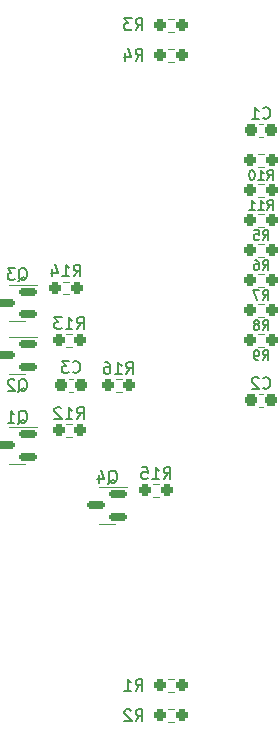
<source format=gbo>
G04 #@! TF.GenerationSoftware,KiCad,Pcbnew,7.0.9-7.0.9~ubuntu20.04.1*
G04 #@! TF.CreationDate,2023-12-20T19:17:45+01:00*
G04 #@! TF.ProjectId,kicad-pmod_7seg,6b696361-642d-4706-9d6f-645f37736567,1.0*
G04 #@! TF.SameCoordinates,Original*
G04 #@! TF.FileFunction,Legend,Bot*
G04 #@! TF.FilePolarity,Positive*
%FSLAX46Y46*%
G04 Gerber Fmt 4.6, Leading zero omitted, Abs format (unit mm)*
G04 Created by KiCad (PCBNEW 7.0.9-7.0.9~ubuntu20.04.1) date 2023-12-20 19:17:45*
%MOMM*%
%LPD*%
G01*
G04 APERTURE LIST*
G04 Aperture macros list*
%AMRoundRect*
0 Rectangle with rounded corners*
0 $1 Rounding radius*
0 $2 $3 $4 $5 $6 $7 $8 $9 X,Y pos of 4 corners*
0 Add a 4 corners polygon primitive as box body*
4,1,4,$2,$3,$4,$5,$6,$7,$8,$9,$2,$3,0*
0 Add four circle primitives for the rounded corners*
1,1,$1+$1,$2,$3*
1,1,$1+$1,$4,$5*
1,1,$1+$1,$6,$7*
1,1,$1+$1,$8,$9*
0 Add four rect primitives between the rounded corners*
20,1,$1+$1,$2,$3,$4,$5,0*
20,1,$1+$1,$4,$5,$6,$7,0*
20,1,$1+$1,$6,$7,$8,$9,0*
20,1,$1+$1,$8,$9,$2,$3,0*%
G04 Aperture macros list end*
%ADD10C,0.150000*%
%ADD11C,0.120000*%
%ADD12C,2.200000*%
%ADD13R,1.700000X1.700000*%
%ADD14O,1.700000X1.700000*%
%ADD15R,2.400000X1.600000*%
%ADD16O,2.400000X1.600000*%
%ADD17R,1.500000X1.500000*%
%ADD18C,1.500000*%
%ADD19C,2.000000*%
%ADD20RoundRect,0.237500X-0.250000X-0.237500X0.250000X-0.237500X0.250000X0.237500X-0.250000X0.237500X0*%
%ADD21RoundRect,0.150000X0.587500X0.150000X-0.587500X0.150000X-0.587500X-0.150000X0.587500X-0.150000X0*%
%ADD22RoundRect,0.237500X0.250000X0.237500X-0.250000X0.237500X-0.250000X-0.237500X0.250000X-0.237500X0*%
%ADD23RoundRect,0.237500X0.300000X0.237500X-0.300000X0.237500X-0.300000X-0.237500X0.300000X-0.237500X0*%
%ADD24RoundRect,0.237500X-0.300000X-0.237500X0.300000X-0.237500X0.300000X0.237500X-0.300000X0.237500X0*%
G04 APERTURE END LIST*
D10*
X144278332Y-73387295D02*
X144544999Y-73006342D01*
X144735475Y-73387295D02*
X144735475Y-72587295D01*
X144735475Y-72587295D02*
X144430713Y-72587295D01*
X144430713Y-72587295D02*
X144354523Y-72625390D01*
X144354523Y-72625390D02*
X144316428Y-72663485D01*
X144316428Y-72663485D02*
X144278332Y-72739676D01*
X144278332Y-72739676D02*
X144278332Y-72853961D01*
X144278332Y-72853961D02*
X144316428Y-72930152D01*
X144316428Y-72930152D02*
X144354523Y-72968247D01*
X144354523Y-72968247D02*
X144430713Y-73006342D01*
X144430713Y-73006342D02*
X144735475Y-73006342D01*
X143554523Y-72587295D02*
X143935475Y-72587295D01*
X143935475Y-72587295D02*
X143973571Y-72968247D01*
X143973571Y-72968247D02*
X143935475Y-72930152D01*
X143935475Y-72930152D02*
X143859285Y-72892057D01*
X143859285Y-72892057D02*
X143668809Y-72892057D01*
X143668809Y-72892057D02*
X143592618Y-72930152D01*
X143592618Y-72930152D02*
X143554523Y-72968247D01*
X143554523Y-72968247D02*
X143516428Y-73044438D01*
X143516428Y-73044438D02*
X143516428Y-73234914D01*
X143516428Y-73234914D02*
X143554523Y-73311104D01*
X143554523Y-73311104D02*
X143592618Y-73349200D01*
X143592618Y-73349200D02*
X143668809Y-73387295D01*
X143668809Y-73387295D02*
X143859285Y-73387295D01*
X143859285Y-73387295D02*
X143935475Y-73349200D01*
X143935475Y-73349200D02*
X143973571Y-73311104D01*
X133516666Y-55639819D02*
X133849999Y-55163628D01*
X134088094Y-55639819D02*
X134088094Y-54639819D01*
X134088094Y-54639819D02*
X133707142Y-54639819D01*
X133707142Y-54639819D02*
X133611904Y-54687438D01*
X133611904Y-54687438D02*
X133564285Y-54735057D01*
X133564285Y-54735057D02*
X133516666Y-54830295D01*
X133516666Y-54830295D02*
X133516666Y-54973152D01*
X133516666Y-54973152D02*
X133564285Y-55068390D01*
X133564285Y-55068390D02*
X133611904Y-55116009D01*
X133611904Y-55116009D02*
X133707142Y-55163628D01*
X133707142Y-55163628D02*
X134088094Y-55163628D01*
X133183332Y-54639819D02*
X132564285Y-54639819D01*
X132564285Y-54639819D02*
X132897618Y-55020771D01*
X132897618Y-55020771D02*
X132754761Y-55020771D01*
X132754761Y-55020771D02*
X132659523Y-55068390D01*
X132659523Y-55068390D02*
X132611904Y-55116009D01*
X132611904Y-55116009D02*
X132564285Y-55211247D01*
X132564285Y-55211247D02*
X132564285Y-55449342D01*
X132564285Y-55449342D02*
X132611904Y-55544580D01*
X132611904Y-55544580D02*
X132659523Y-55592200D01*
X132659523Y-55592200D02*
X132754761Y-55639819D01*
X132754761Y-55639819D02*
X133040475Y-55639819D01*
X133040475Y-55639819D02*
X133135713Y-55592200D01*
X133135713Y-55592200D02*
X133183332Y-55544580D01*
X133516666Y-114149819D02*
X133849999Y-113673628D01*
X134088094Y-114149819D02*
X134088094Y-113149819D01*
X134088094Y-113149819D02*
X133707142Y-113149819D01*
X133707142Y-113149819D02*
X133611904Y-113197438D01*
X133611904Y-113197438D02*
X133564285Y-113245057D01*
X133564285Y-113245057D02*
X133516666Y-113340295D01*
X133516666Y-113340295D02*
X133516666Y-113483152D01*
X133516666Y-113483152D02*
X133564285Y-113578390D01*
X133564285Y-113578390D02*
X133611904Y-113626009D01*
X133611904Y-113626009D02*
X133707142Y-113673628D01*
X133707142Y-113673628D02*
X134088094Y-113673628D01*
X133135713Y-113245057D02*
X133088094Y-113197438D01*
X133088094Y-113197438D02*
X132992856Y-113149819D01*
X132992856Y-113149819D02*
X132754761Y-113149819D01*
X132754761Y-113149819D02*
X132659523Y-113197438D01*
X132659523Y-113197438D02*
X132611904Y-113245057D01*
X132611904Y-113245057D02*
X132564285Y-113340295D01*
X132564285Y-113340295D02*
X132564285Y-113435533D01*
X132564285Y-113435533D02*
X132611904Y-113578390D01*
X132611904Y-113578390D02*
X133183332Y-114149819D01*
X133183332Y-114149819D02*
X132564285Y-114149819D01*
X144278332Y-78467295D02*
X144544999Y-78086342D01*
X144735475Y-78467295D02*
X144735475Y-77667295D01*
X144735475Y-77667295D02*
X144430713Y-77667295D01*
X144430713Y-77667295D02*
X144354523Y-77705390D01*
X144354523Y-77705390D02*
X144316428Y-77743485D01*
X144316428Y-77743485D02*
X144278332Y-77819676D01*
X144278332Y-77819676D02*
X144278332Y-77933961D01*
X144278332Y-77933961D02*
X144316428Y-78010152D01*
X144316428Y-78010152D02*
X144354523Y-78048247D01*
X144354523Y-78048247D02*
X144430713Y-78086342D01*
X144430713Y-78086342D02*
X144735475Y-78086342D01*
X144011666Y-77667295D02*
X143478332Y-77667295D01*
X143478332Y-77667295D02*
X143821190Y-78467295D01*
X131207738Y-94035057D02*
X131302976Y-93987438D01*
X131302976Y-93987438D02*
X131398214Y-93892200D01*
X131398214Y-93892200D02*
X131541071Y-93749342D01*
X131541071Y-93749342D02*
X131636309Y-93701723D01*
X131636309Y-93701723D02*
X131731547Y-93701723D01*
X131683928Y-93939819D02*
X131779166Y-93892200D01*
X131779166Y-93892200D02*
X131874404Y-93796961D01*
X131874404Y-93796961D02*
X131922023Y-93606485D01*
X131922023Y-93606485D02*
X131922023Y-93273152D01*
X131922023Y-93273152D02*
X131874404Y-93082676D01*
X131874404Y-93082676D02*
X131779166Y-92987438D01*
X131779166Y-92987438D02*
X131683928Y-92939819D01*
X131683928Y-92939819D02*
X131493452Y-92939819D01*
X131493452Y-92939819D02*
X131398214Y-92987438D01*
X131398214Y-92987438D02*
X131302976Y-93082676D01*
X131302976Y-93082676D02*
X131255357Y-93273152D01*
X131255357Y-93273152D02*
X131255357Y-93606485D01*
X131255357Y-93606485D02*
X131302976Y-93796961D01*
X131302976Y-93796961D02*
X131398214Y-93892200D01*
X131398214Y-93892200D02*
X131493452Y-93939819D01*
X131493452Y-93939819D02*
X131683928Y-93939819D01*
X130398214Y-93273152D02*
X130398214Y-93939819D01*
X130636309Y-92892200D02*
X130874404Y-93606485D01*
X130874404Y-93606485D02*
X130255357Y-93606485D01*
X128555357Y-80939819D02*
X128888690Y-80463628D01*
X129126785Y-80939819D02*
X129126785Y-79939819D01*
X129126785Y-79939819D02*
X128745833Y-79939819D01*
X128745833Y-79939819D02*
X128650595Y-79987438D01*
X128650595Y-79987438D02*
X128602976Y-80035057D01*
X128602976Y-80035057D02*
X128555357Y-80130295D01*
X128555357Y-80130295D02*
X128555357Y-80273152D01*
X128555357Y-80273152D02*
X128602976Y-80368390D01*
X128602976Y-80368390D02*
X128650595Y-80416009D01*
X128650595Y-80416009D02*
X128745833Y-80463628D01*
X128745833Y-80463628D02*
X129126785Y-80463628D01*
X127602976Y-80939819D02*
X128174404Y-80939819D01*
X127888690Y-80939819D02*
X127888690Y-79939819D01*
X127888690Y-79939819D02*
X127983928Y-80082676D01*
X127983928Y-80082676D02*
X128079166Y-80177914D01*
X128079166Y-80177914D02*
X128174404Y-80225533D01*
X127269642Y-79939819D02*
X126650595Y-79939819D01*
X126650595Y-79939819D02*
X126983928Y-80320771D01*
X126983928Y-80320771D02*
X126841071Y-80320771D01*
X126841071Y-80320771D02*
X126745833Y-80368390D01*
X126745833Y-80368390D02*
X126698214Y-80416009D01*
X126698214Y-80416009D02*
X126650595Y-80511247D01*
X126650595Y-80511247D02*
X126650595Y-80749342D01*
X126650595Y-80749342D02*
X126698214Y-80844580D01*
X126698214Y-80844580D02*
X126745833Y-80892200D01*
X126745833Y-80892200D02*
X126841071Y-80939819D01*
X126841071Y-80939819D02*
X127126785Y-80939819D01*
X127126785Y-80939819D02*
X127222023Y-80892200D01*
X127222023Y-80892200D02*
X127269642Y-80844580D01*
X144659285Y-68307295D02*
X144925952Y-67926342D01*
X145116428Y-68307295D02*
X145116428Y-67507295D01*
X145116428Y-67507295D02*
X144811666Y-67507295D01*
X144811666Y-67507295D02*
X144735476Y-67545390D01*
X144735476Y-67545390D02*
X144697381Y-67583485D01*
X144697381Y-67583485D02*
X144659285Y-67659676D01*
X144659285Y-67659676D02*
X144659285Y-67773961D01*
X144659285Y-67773961D02*
X144697381Y-67850152D01*
X144697381Y-67850152D02*
X144735476Y-67888247D01*
X144735476Y-67888247D02*
X144811666Y-67926342D01*
X144811666Y-67926342D02*
X145116428Y-67926342D01*
X143897381Y-68307295D02*
X144354524Y-68307295D01*
X144125952Y-68307295D02*
X144125952Y-67507295D01*
X144125952Y-67507295D02*
X144202143Y-67621580D01*
X144202143Y-67621580D02*
X144278333Y-67697771D01*
X144278333Y-67697771D02*
X144354524Y-67735866D01*
X143402142Y-67507295D02*
X143325952Y-67507295D01*
X143325952Y-67507295D02*
X143249761Y-67545390D01*
X143249761Y-67545390D02*
X143211666Y-67583485D01*
X143211666Y-67583485D02*
X143173571Y-67659676D01*
X143173571Y-67659676D02*
X143135476Y-67812057D01*
X143135476Y-67812057D02*
X143135476Y-68002533D01*
X143135476Y-68002533D02*
X143173571Y-68154914D01*
X143173571Y-68154914D02*
X143211666Y-68231104D01*
X143211666Y-68231104D02*
X143249761Y-68269200D01*
X143249761Y-68269200D02*
X143325952Y-68307295D01*
X143325952Y-68307295D02*
X143402142Y-68307295D01*
X143402142Y-68307295D02*
X143478333Y-68269200D01*
X143478333Y-68269200D02*
X143516428Y-68231104D01*
X143516428Y-68231104D02*
X143554523Y-68154914D01*
X143554523Y-68154914D02*
X143592619Y-68002533D01*
X143592619Y-68002533D02*
X143592619Y-67812057D01*
X143592619Y-67812057D02*
X143554523Y-67659676D01*
X143554523Y-67659676D02*
X143516428Y-67583485D01*
X143516428Y-67583485D02*
X143478333Y-67545390D01*
X143478333Y-67545390D02*
X143402142Y-67507295D01*
X128555357Y-88559819D02*
X128888690Y-88083628D01*
X129126785Y-88559819D02*
X129126785Y-87559819D01*
X129126785Y-87559819D02*
X128745833Y-87559819D01*
X128745833Y-87559819D02*
X128650595Y-87607438D01*
X128650595Y-87607438D02*
X128602976Y-87655057D01*
X128602976Y-87655057D02*
X128555357Y-87750295D01*
X128555357Y-87750295D02*
X128555357Y-87893152D01*
X128555357Y-87893152D02*
X128602976Y-87988390D01*
X128602976Y-87988390D02*
X128650595Y-88036009D01*
X128650595Y-88036009D02*
X128745833Y-88083628D01*
X128745833Y-88083628D02*
X129126785Y-88083628D01*
X127602976Y-88559819D02*
X128174404Y-88559819D01*
X127888690Y-88559819D02*
X127888690Y-87559819D01*
X127888690Y-87559819D02*
X127983928Y-87702676D01*
X127983928Y-87702676D02*
X128079166Y-87797914D01*
X128079166Y-87797914D02*
X128174404Y-87845533D01*
X127222023Y-87655057D02*
X127174404Y-87607438D01*
X127174404Y-87607438D02*
X127079166Y-87559819D01*
X127079166Y-87559819D02*
X126841071Y-87559819D01*
X126841071Y-87559819D02*
X126745833Y-87607438D01*
X126745833Y-87607438D02*
X126698214Y-87655057D01*
X126698214Y-87655057D02*
X126650595Y-87750295D01*
X126650595Y-87750295D02*
X126650595Y-87845533D01*
X126650595Y-87845533D02*
X126698214Y-87988390D01*
X126698214Y-87988390D02*
X127269642Y-88559819D01*
X127269642Y-88559819D02*
X126650595Y-88559819D01*
X123587738Y-86275057D02*
X123682976Y-86227438D01*
X123682976Y-86227438D02*
X123778214Y-86132200D01*
X123778214Y-86132200D02*
X123921071Y-85989342D01*
X123921071Y-85989342D02*
X124016309Y-85941723D01*
X124016309Y-85941723D02*
X124111547Y-85941723D01*
X124063928Y-86179819D02*
X124159166Y-86132200D01*
X124159166Y-86132200D02*
X124254404Y-86036961D01*
X124254404Y-86036961D02*
X124302023Y-85846485D01*
X124302023Y-85846485D02*
X124302023Y-85513152D01*
X124302023Y-85513152D02*
X124254404Y-85322676D01*
X124254404Y-85322676D02*
X124159166Y-85227438D01*
X124159166Y-85227438D02*
X124063928Y-85179819D01*
X124063928Y-85179819D02*
X123873452Y-85179819D01*
X123873452Y-85179819D02*
X123778214Y-85227438D01*
X123778214Y-85227438D02*
X123682976Y-85322676D01*
X123682976Y-85322676D02*
X123635357Y-85513152D01*
X123635357Y-85513152D02*
X123635357Y-85846485D01*
X123635357Y-85846485D02*
X123682976Y-86036961D01*
X123682976Y-86036961D02*
X123778214Y-86132200D01*
X123778214Y-86132200D02*
X123873452Y-86179819D01*
X123873452Y-86179819D02*
X124063928Y-86179819D01*
X123254404Y-85275057D02*
X123206785Y-85227438D01*
X123206785Y-85227438D02*
X123111547Y-85179819D01*
X123111547Y-85179819D02*
X122873452Y-85179819D01*
X122873452Y-85179819D02*
X122778214Y-85227438D01*
X122778214Y-85227438D02*
X122730595Y-85275057D01*
X122730595Y-85275057D02*
X122682976Y-85370295D01*
X122682976Y-85370295D02*
X122682976Y-85465533D01*
X122682976Y-85465533D02*
X122730595Y-85608390D01*
X122730595Y-85608390D02*
X123302023Y-86179819D01*
X123302023Y-86179819D02*
X122682976Y-86179819D01*
X144311666Y-63064580D02*
X144359285Y-63112200D01*
X144359285Y-63112200D02*
X144502142Y-63159819D01*
X144502142Y-63159819D02*
X144597380Y-63159819D01*
X144597380Y-63159819D02*
X144740237Y-63112200D01*
X144740237Y-63112200D02*
X144835475Y-63016961D01*
X144835475Y-63016961D02*
X144883094Y-62921723D01*
X144883094Y-62921723D02*
X144930713Y-62731247D01*
X144930713Y-62731247D02*
X144930713Y-62588390D01*
X144930713Y-62588390D02*
X144883094Y-62397914D01*
X144883094Y-62397914D02*
X144835475Y-62302676D01*
X144835475Y-62302676D02*
X144740237Y-62207438D01*
X144740237Y-62207438D02*
X144597380Y-62159819D01*
X144597380Y-62159819D02*
X144502142Y-62159819D01*
X144502142Y-62159819D02*
X144359285Y-62207438D01*
X144359285Y-62207438D02*
X144311666Y-62255057D01*
X143359285Y-63159819D02*
X143930713Y-63159819D01*
X143644999Y-63159819D02*
X143644999Y-62159819D01*
X143644999Y-62159819D02*
X143740237Y-62302676D01*
X143740237Y-62302676D02*
X143835475Y-62397914D01*
X143835475Y-62397914D02*
X143930713Y-62445533D01*
X135897857Y-93639819D02*
X136231190Y-93163628D01*
X136469285Y-93639819D02*
X136469285Y-92639819D01*
X136469285Y-92639819D02*
X136088333Y-92639819D01*
X136088333Y-92639819D02*
X135993095Y-92687438D01*
X135993095Y-92687438D02*
X135945476Y-92735057D01*
X135945476Y-92735057D02*
X135897857Y-92830295D01*
X135897857Y-92830295D02*
X135897857Y-92973152D01*
X135897857Y-92973152D02*
X135945476Y-93068390D01*
X135945476Y-93068390D02*
X135993095Y-93116009D01*
X135993095Y-93116009D02*
X136088333Y-93163628D01*
X136088333Y-93163628D02*
X136469285Y-93163628D01*
X134945476Y-93639819D02*
X135516904Y-93639819D01*
X135231190Y-93639819D02*
X135231190Y-92639819D01*
X135231190Y-92639819D02*
X135326428Y-92782676D01*
X135326428Y-92782676D02*
X135421666Y-92877914D01*
X135421666Y-92877914D02*
X135516904Y-92925533D01*
X134040714Y-92639819D02*
X134516904Y-92639819D01*
X134516904Y-92639819D02*
X134564523Y-93116009D01*
X134564523Y-93116009D02*
X134516904Y-93068390D01*
X134516904Y-93068390D02*
X134421666Y-93020771D01*
X134421666Y-93020771D02*
X134183571Y-93020771D01*
X134183571Y-93020771D02*
X134088333Y-93068390D01*
X134088333Y-93068390D02*
X134040714Y-93116009D01*
X134040714Y-93116009D02*
X133993095Y-93211247D01*
X133993095Y-93211247D02*
X133993095Y-93449342D01*
X133993095Y-93449342D02*
X134040714Y-93544580D01*
X134040714Y-93544580D02*
X134088333Y-93592200D01*
X134088333Y-93592200D02*
X134183571Y-93639819D01*
X134183571Y-93639819D02*
X134421666Y-93639819D01*
X134421666Y-93639819D02*
X134516904Y-93592200D01*
X134516904Y-93592200D02*
X134564523Y-93544580D01*
X133516666Y-111579819D02*
X133849999Y-111103628D01*
X134088094Y-111579819D02*
X134088094Y-110579819D01*
X134088094Y-110579819D02*
X133707142Y-110579819D01*
X133707142Y-110579819D02*
X133611904Y-110627438D01*
X133611904Y-110627438D02*
X133564285Y-110675057D01*
X133564285Y-110675057D02*
X133516666Y-110770295D01*
X133516666Y-110770295D02*
X133516666Y-110913152D01*
X133516666Y-110913152D02*
X133564285Y-111008390D01*
X133564285Y-111008390D02*
X133611904Y-111056009D01*
X133611904Y-111056009D02*
X133707142Y-111103628D01*
X133707142Y-111103628D02*
X134088094Y-111103628D01*
X132564285Y-111579819D02*
X133135713Y-111579819D01*
X132849999Y-111579819D02*
X132849999Y-110579819D01*
X132849999Y-110579819D02*
X132945237Y-110722676D01*
X132945237Y-110722676D02*
X133040475Y-110817914D01*
X133040475Y-110817914D02*
X133135713Y-110865533D01*
X128209166Y-84560580D02*
X128256785Y-84608200D01*
X128256785Y-84608200D02*
X128399642Y-84655819D01*
X128399642Y-84655819D02*
X128494880Y-84655819D01*
X128494880Y-84655819D02*
X128637737Y-84608200D01*
X128637737Y-84608200D02*
X128732975Y-84512961D01*
X128732975Y-84512961D02*
X128780594Y-84417723D01*
X128780594Y-84417723D02*
X128828213Y-84227247D01*
X128828213Y-84227247D02*
X128828213Y-84084390D01*
X128828213Y-84084390D02*
X128780594Y-83893914D01*
X128780594Y-83893914D02*
X128732975Y-83798676D01*
X128732975Y-83798676D02*
X128637737Y-83703438D01*
X128637737Y-83703438D02*
X128494880Y-83655819D01*
X128494880Y-83655819D02*
X128399642Y-83655819D01*
X128399642Y-83655819D02*
X128256785Y-83703438D01*
X128256785Y-83703438D02*
X128209166Y-83751057D01*
X127875832Y-83655819D02*
X127256785Y-83655819D01*
X127256785Y-83655819D02*
X127590118Y-84036771D01*
X127590118Y-84036771D02*
X127447261Y-84036771D01*
X127447261Y-84036771D02*
X127352023Y-84084390D01*
X127352023Y-84084390D02*
X127304404Y-84132009D01*
X127304404Y-84132009D02*
X127256785Y-84227247D01*
X127256785Y-84227247D02*
X127256785Y-84465342D01*
X127256785Y-84465342D02*
X127304404Y-84560580D01*
X127304404Y-84560580D02*
X127352023Y-84608200D01*
X127352023Y-84608200D02*
X127447261Y-84655819D01*
X127447261Y-84655819D02*
X127732975Y-84655819D01*
X127732975Y-84655819D02*
X127828213Y-84608200D01*
X127828213Y-84608200D02*
X127875832Y-84560580D01*
X123587738Y-88955057D02*
X123682976Y-88907438D01*
X123682976Y-88907438D02*
X123778214Y-88812200D01*
X123778214Y-88812200D02*
X123921071Y-88669342D01*
X123921071Y-88669342D02*
X124016309Y-88621723D01*
X124016309Y-88621723D02*
X124111547Y-88621723D01*
X124063928Y-88859819D02*
X124159166Y-88812200D01*
X124159166Y-88812200D02*
X124254404Y-88716961D01*
X124254404Y-88716961D02*
X124302023Y-88526485D01*
X124302023Y-88526485D02*
X124302023Y-88193152D01*
X124302023Y-88193152D02*
X124254404Y-88002676D01*
X124254404Y-88002676D02*
X124159166Y-87907438D01*
X124159166Y-87907438D02*
X124063928Y-87859819D01*
X124063928Y-87859819D02*
X123873452Y-87859819D01*
X123873452Y-87859819D02*
X123778214Y-87907438D01*
X123778214Y-87907438D02*
X123682976Y-88002676D01*
X123682976Y-88002676D02*
X123635357Y-88193152D01*
X123635357Y-88193152D02*
X123635357Y-88526485D01*
X123635357Y-88526485D02*
X123682976Y-88716961D01*
X123682976Y-88716961D02*
X123778214Y-88812200D01*
X123778214Y-88812200D02*
X123873452Y-88859819D01*
X123873452Y-88859819D02*
X124063928Y-88859819D01*
X122682976Y-88859819D02*
X123254404Y-88859819D01*
X122968690Y-88859819D02*
X122968690Y-87859819D01*
X122968690Y-87859819D02*
X123063928Y-88002676D01*
X123063928Y-88002676D02*
X123159166Y-88097914D01*
X123159166Y-88097914D02*
X123254404Y-88145533D01*
X128277857Y-76494819D02*
X128611190Y-76018628D01*
X128849285Y-76494819D02*
X128849285Y-75494819D01*
X128849285Y-75494819D02*
X128468333Y-75494819D01*
X128468333Y-75494819D02*
X128373095Y-75542438D01*
X128373095Y-75542438D02*
X128325476Y-75590057D01*
X128325476Y-75590057D02*
X128277857Y-75685295D01*
X128277857Y-75685295D02*
X128277857Y-75828152D01*
X128277857Y-75828152D02*
X128325476Y-75923390D01*
X128325476Y-75923390D02*
X128373095Y-75971009D01*
X128373095Y-75971009D02*
X128468333Y-76018628D01*
X128468333Y-76018628D02*
X128849285Y-76018628D01*
X127325476Y-76494819D02*
X127896904Y-76494819D01*
X127611190Y-76494819D02*
X127611190Y-75494819D01*
X127611190Y-75494819D02*
X127706428Y-75637676D01*
X127706428Y-75637676D02*
X127801666Y-75732914D01*
X127801666Y-75732914D02*
X127896904Y-75780533D01*
X126468333Y-75828152D02*
X126468333Y-76494819D01*
X126706428Y-75447200D02*
X126944523Y-76161485D01*
X126944523Y-76161485D02*
X126325476Y-76161485D01*
X144278332Y-75927295D02*
X144544999Y-75546342D01*
X144735475Y-75927295D02*
X144735475Y-75127295D01*
X144735475Y-75127295D02*
X144430713Y-75127295D01*
X144430713Y-75127295D02*
X144354523Y-75165390D01*
X144354523Y-75165390D02*
X144316428Y-75203485D01*
X144316428Y-75203485D02*
X144278332Y-75279676D01*
X144278332Y-75279676D02*
X144278332Y-75393961D01*
X144278332Y-75393961D02*
X144316428Y-75470152D01*
X144316428Y-75470152D02*
X144354523Y-75508247D01*
X144354523Y-75508247D02*
X144430713Y-75546342D01*
X144430713Y-75546342D02*
X144735475Y-75546342D01*
X143592618Y-75127295D02*
X143744999Y-75127295D01*
X143744999Y-75127295D02*
X143821190Y-75165390D01*
X143821190Y-75165390D02*
X143859285Y-75203485D01*
X143859285Y-75203485D02*
X143935475Y-75317771D01*
X143935475Y-75317771D02*
X143973571Y-75470152D01*
X143973571Y-75470152D02*
X143973571Y-75774914D01*
X143973571Y-75774914D02*
X143935475Y-75851104D01*
X143935475Y-75851104D02*
X143897380Y-75889200D01*
X143897380Y-75889200D02*
X143821190Y-75927295D01*
X143821190Y-75927295D02*
X143668809Y-75927295D01*
X143668809Y-75927295D02*
X143592618Y-75889200D01*
X143592618Y-75889200D02*
X143554523Y-75851104D01*
X143554523Y-75851104D02*
X143516428Y-75774914D01*
X143516428Y-75774914D02*
X143516428Y-75584438D01*
X143516428Y-75584438D02*
X143554523Y-75508247D01*
X143554523Y-75508247D02*
X143592618Y-75470152D01*
X143592618Y-75470152D02*
X143668809Y-75432057D01*
X143668809Y-75432057D02*
X143821190Y-75432057D01*
X143821190Y-75432057D02*
X143897380Y-75470152D01*
X143897380Y-75470152D02*
X143935475Y-75508247D01*
X143935475Y-75508247D02*
X143973571Y-75584438D01*
X144659285Y-70847295D02*
X144925952Y-70466342D01*
X145116428Y-70847295D02*
X145116428Y-70047295D01*
X145116428Y-70047295D02*
X144811666Y-70047295D01*
X144811666Y-70047295D02*
X144735476Y-70085390D01*
X144735476Y-70085390D02*
X144697381Y-70123485D01*
X144697381Y-70123485D02*
X144659285Y-70199676D01*
X144659285Y-70199676D02*
X144659285Y-70313961D01*
X144659285Y-70313961D02*
X144697381Y-70390152D01*
X144697381Y-70390152D02*
X144735476Y-70428247D01*
X144735476Y-70428247D02*
X144811666Y-70466342D01*
X144811666Y-70466342D02*
X145116428Y-70466342D01*
X143897381Y-70847295D02*
X144354524Y-70847295D01*
X144125952Y-70847295D02*
X144125952Y-70047295D01*
X144125952Y-70047295D02*
X144202143Y-70161580D01*
X144202143Y-70161580D02*
X144278333Y-70237771D01*
X144278333Y-70237771D02*
X144354524Y-70275866D01*
X143135476Y-70847295D02*
X143592619Y-70847295D01*
X143364047Y-70847295D02*
X143364047Y-70047295D01*
X143364047Y-70047295D02*
X143440238Y-70161580D01*
X143440238Y-70161580D02*
X143516428Y-70237771D01*
X143516428Y-70237771D02*
X143592619Y-70275866D01*
X133516666Y-58209819D02*
X133849999Y-57733628D01*
X134088094Y-58209819D02*
X134088094Y-57209819D01*
X134088094Y-57209819D02*
X133707142Y-57209819D01*
X133707142Y-57209819D02*
X133611904Y-57257438D01*
X133611904Y-57257438D02*
X133564285Y-57305057D01*
X133564285Y-57305057D02*
X133516666Y-57400295D01*
X133516666Y-57400295D02*
X133516666Y-57543152D01*
X133516666Y-57543152D02*
X133564285Y-57638390D01*
X133564285Y-57638390D02*
X133611904Y-57686009D01*
X133611904Y-57686009D02*
X133707142Y-57733628D01*
X133707142Y-57733628D02*
X134088094Y-57733628D01*
X132659523Y-57543152D02*
X132659523Y-58209819D01*
X132897618Y-57162200D02*
X133135713Y-57876485D01*
X133135713Y-57876485D02*
X132516666Y-57876485D01*
X144278332Y-83547295D02*
X144544999Y-83166342D01*
X144735475Y-83547295D02*
X144735475Y-82747295D01*
X144735475Y-82747295D02*
X144430713Y-82747295D01*
X144430713Y-82747295D02*
X144354523Y-82785390D01*
X144354523Y-82785390D02*
X144316428Y-82823485D01*
X144316428Y-82823485D02*
X144278332Y-82899676D01*
X144278332Y-82899676D02*
X144278332Y-83013961D01*
X144278332Y-83013961D02*
X144316428Y-83090152D01*
X144316428Y-83090152D02*
X144354523Y-83128247D01*
X144354523Y-83128247D02*
X144430713Y-83166342D01*
X144430713Y-83166342D02*
X144735475Y-83166342D01*
X143897380Y-83547295D02*
X143744999Y-83547295D01*
X143744999Y-83547295D02*
X143668809Y-83509200D01*
X143668809Y-83509200D02*
X143630713Y-83471104D01*
X143630713Y-83471104D02*
X143554523Y-83356819D01*
X143554523Y-83356819D02*
X143516428Y-83204438D01*
X143516428Y-83204438D02*
X143516428Y-82899676D01*
X143516428Y-82899676D02*
X143554523Y-82823485D01*
X143554523Y-82823485D02*
X143592618Y-82785390D01*
X143592618Y-82785390D02*
X143668809Y-82747295D01*
X143668809Y-82747295D02*
X143821190Y-82747295D01*
X143821190Y-82747295D02*
X143897380Y-82785390D01*
X143897380Y-82785390D02*
X143935475Y-82823485D01*
X143935475Y-82823485D02*
X143973571Y-82899676D01*
X143973571Y-82899676D02*
X143973571Y-83090152D01*
X143973571Y-83090152D02*
X143935475Y-83166342D01*
X143935475Y-83166342D02*
X143897380Y-83204438D01*
X143897380Y-83204438D02*
X143821190Y-83242533D01*
X143821190Y-83242533D02*
X143668809Y-83242533D01*
X143668809Y-83242533D02*
X143592618Y-83204438D01*
X143592618Y-83204438D02*
X143554523Y-83166342D01*
X143554523Y-83166342D02*
X143516428Y-83090152D01*
X123587738Y-76890057D02*
X123682976Y-76842438D01*
X123682976Y-76842438D02*
X123778214Y-76747200D01*
X123778214Y-76747200D02*
X123921071Y-76604342D01*
X123921071Y-76604342D02*
X124016309Y-76556723D01*
X124016309Y-76556723D02*
X124111547Y-76556723D01*
X124063928Y-76794819D02*
X124159166Y-76747200D01*
X124159166Y-76747200D02*
X124254404Y-76651961D01*
X124254404Y-76651961D02*
X124302023Y-76461485D01*
X124302023Y-76461485D02*
X124302023Y-76128152D01*
X124302023Y-76128152D02*
X124254404Y-75937676D01*
X124254404Y-75937676D02*
X124159166Y-75842438D01*
X124159166Y-75842438D02*
X124063928Y-75794819D01*
X124063928Y-75794819D02*
X123873452Y-75794819D01*
X123873452Y-75794819D02*
X123778214Y-75842438D01*
X123778214Y-75842438D02*
X123682976Y-75937676D01*
X123682976Y-75937676D02*
X123635357Y-76128152D01*
X123635357Y-76128152D02*
X123635357Y-76461485D01*
X123635357Y-76461485D02*
X123682976Y-76651961D01*
X123682976Y-76651961D02*
X123778214Y-76747200D01*
X123778214Y-76747200D02*
X123873452Y-76794819D01*
X123873452Y-76794819D02*
X124063928Y-76794819D01*
X123302023Y-75794819D02*
X122682976Y-75794819D01*
X122682976Y-75794819D02*
X123016309Y-76175771D01*
X123016309Y-76175771D02*
X122873452Y-76175771D01*
X122873452Y-76175771D02*
X122778214Y-76223390D01*
X122778214Y-76223390D02*
X122730595Y-76271009D01*
X122730595Y-76271009D02*
X122682976Y-76366247D01*
X122682976Y-76366247D02*
X122682976Y-76604342D01*
X122682976Y-76604342D02*
X122730595Y-76699580D01*
X122730595Y-76699580D02*
X122778214Y-76747200D01*
X122778214Y-76747200D02*
X122873452Y-76794819D01*
X122873452Y-76794819D02*
X123159166Y-76794819D01*
X123159166Y-76794819D02*
X123254404Y-76747200D01*
X123254404Y-76747200D02*
X123302023Y-76699580D01*
X132722857Y-84749819D02*
X133056190Y-84273628D01*
X133294285Y-84749819D02*
X133294285Y-83749819D01*
X133294285Y-83749819D02*
X132913333Y-83749819D01*
X132913333Y-83749819D02*
X132818095Y-83797438D01*
X132818095Y-83797438D02*
X132770476Y-83845057D01*
X132770476Y-83845057D02*
X132722857Y-83940295D01*
X132722857Y-83940295D02*
X132722857Y-84083152D01*
X132722857Y-84083152D02*
X132770476Y-84178390D01*
X132770476Y-84178390D02*
X132818095Y-84226009D01*
X132818095Y-84226009D02*
X132913333Y-84273628D01*
X132913333Y-84273628D02*
X133294285Y-84273628D01*
X131770476Y-84749819D02*
X132341904Y-84749819D01*
X132056190Y-84749819D02*
X132056190Y-83749819D01*
X132056190Y-83749819D02*
X132151428Y-83892676D01*
X132151428Y-83892676D02*
X132246666Y-83987914D01*
X132246666Y-83987914D02*
X132341904Y-84035533D01*
X130913333Y-83749819D02*
X131103809Y-83749819D01*
X131103809Y-83749819D02*
X131199047Y-83797438D01*
X131199047Y-83797438D02*
X131246666Y-83845057D01*
X131246666Y-83845057D02*
X131341904Y-83987914D01*
X131341904Y-83987914D02*
X131389523Y-84178390D01*
X131389523Y-84178390D02*
X131389523Y-84559342D01*
X131389523Y-84559342D02*
X131341904Y-84654580D01*
X131341904Y-84654580D02*
X131294285Y-84702200D01*
X131294285Y-84702200D02*
X131199047Y-84749819D01*
X131199047Y-84749819D02*
X131008571Y-84749819D01*
X131008571Y-84749819D02*
X130913333Y-84702200D01*
X130913333Y-84702200D02*
X130865714Y-84654580D01*
X130865714Y-84654580D02*
X130818095Y-84559342D01*
X130818095Y-84559342D02*
X130818095Y-84321247D01*
X130818095Y-84321247D02*
X130865714Y-84226009D01*
X130865714Y-84226009D02*
X130913333Y-84178390D01*
X130913333Y-84178390D02*
X131008571Y-84130771D01*
X131008571Y-84130771D02*
X131199047Y-84130771D01*
X131199047Y-84130771D02*
X131294285Y-84178390D01*
X131294285Y-84178390D02*
X131341904Y-84226009D01*
X131341904Y-84226009D02*
X131389523Y-84321247D01*
X144278332Y-81007295D02*
X144544999Y-80626342D01*
X144735475Y-81007295D02*
X144735475Y-80207295D01*
X144735475Y-80207295D02*
X144430713Y-80207295D01*
X144430713Y-80207295D02*
X144354523Y-80245390D01*
X144354523Y-80245390D02*
X144316428Y-80283485D01*
X144316428Y-80283485D02*
X144278332Y-80359676D01*
X144278332Y-80359676D02*
X144278332Y-80473961D01*
X144278332Y-80473961D02*
X144316428Y-80550152D01*
X144316428Y-80550152D02*
X144354523Y-80588247D01*
X144354523Y-80588247D02*
X144430713Y-80626342D01*
X144430713Y-80626342D02*
X144735475Y-80626342D01*
X143821190Y-80550152D02*
X143897380Y-80512057D01*
X143897380Y-80512057D02*
X143935475Y-80473961D01*
X143935475Y-80473961D02*
X143973571Y-80397771D01*
X143973571Y-80397771D02*
X143973571Y-80359676D01*
X143973571Y-80359676D02*
X143935475Y-80283485D01*
X143935475Y-80283485D02*
X143897380Y-80245390D01*
X143897380Y-80245390D02*
X143821190Y-80207295D01*
X143821190Y-80207295D02*
X143668809Y-80207295D01*
X143668809Y-80207295D02*
X143592618Y-80245390D01*
X143592618Y-80245390D02*
X143554523Y-80283485D01*
X143554523Y-80283485D02*
X143516428Y-80359676D01*
X143516428Y-80359676D02*
X143516428Y-80397771D01*
X143516428Y-80397771D02*
X143554523Y-80473961D01*
X143554523Y-80473961D02*
X143592618Y-80512057D01*
X143592618Y-80512057D02*
X143668809Y-80550152D01*
X143668809Y-80550152D02*
X143821190Y-80550152D01*
X143821190Y-80550152D02*
X143897380Y-80588247D01*
X143897380Y-80588247D02*
X143935475Y-80626342D01*
X143935475Y-80626342D02*
X143973571Y-80702533D01*
X143973571Y-80702533D02*
X143973571Y-80854914D01*
X143973571Y-80854914D02*
X143935475Y-80931104D01*
X143935475Y-80931104D02*
X143897380Y-80969200D01*
X143897380Y-80969200D02*
X143821190Y-81007295D01*
X143821190Y-81007295D02*
X143668809Y-81007295D01*
X143668809Y-81007295D02*
X143592618Y-80969200D01*
X143592618Y-80969200D02*
X143554523Y-80931104D01*
X143554523Y-80931104D02*
X143516428Y-80854914D01*
X143516428Y-80854914D02*
X143516428Y-80702533D01*
X143516428Y-80702533D02*
X143554523Y-80626342D01*
X143554523Y-80626342D02*
X143592618Y-80588247D01*
X143592618Y-80588247D02*
X143668809Y-80550152D01*
X144311666Y-85924580D02*
X144359285Y-85972200D01*
X144359285Y-85972200D02*
X144502142Y-86019819D01*
X144502142Y-86019819D02*
X144597380Y-86019819D01*
X144597380Y-86019819D02*
X144740237Y-85972200D01*
X144740237Y-85972200D02*
X144835475Y-85876961D01*
X144835475Y-85876961D02*
X144883094Y-85781723D01*
X144883094Y-85781723D02*
X144930713Y-85591247D01*
X144930713Y-85591247D02*
X144930713Y-85448390D01*
X144930713Y-85448390D02*
X144883094Y-85257914D01*
X144883094Y-85257914D02*
X144835475Y-85162676D01*
X144835475Y-85162676D02*
X144740237Y-85067438D01*
X144740237Y-85067438D02*
X144597380Y-85019819D01*
X144597380Y-85019819D02*
X144502142Y-85019819D01*
X144502142Y-85019819D02*
X144359285Y-85067438D01*
X144359285Y-85067438D02*
X144311666Y-85115057D01*
X143930713Y-85115057D02*
X143883094Y-85067438D01*
X143883094Y-85067438D02*
X143787856Y-85019819D01*
X143787856Y-85019819D02*
X143549761Y-85019819D01*
X143549761Y-85019819D02*
X143454523Y-85067438D01*
X143454523Y-85067438D02*
X143406904Y-85115057D01*
X143406904Y-85115057D02*
X143359285Y-85210295D01*
X143359285Y-85210295D02*
X143359285Y-85305533D01*
X143359285Y-85305533D02*
X143406904Y-85448390D01*
X143406904Y-85448390D02*
X143978332Y-86019819D01*
X143978332Y-86019819D02*
X143359285Y-86019819D01*
D11*
X143890276Y-71232500D02*
X144399724Y-71232500D01*
X143890276Y-72277500D02*
X144399724Y-72277500D01*
X136270276Y-54722500D02*
X136779724Y-54722500D01*
X136270276Y-55767500D02*
X136779724Y-55767500D01*
X136270276Y-113142500D02*
X136779724Y-113142500D01*
X136270276Y-114187500D02*
X136779724Y-114187500D01*
X143890276Y-76312500D02*
X144399724Y-76312500D01*
X143890276Y-77357500D02*
X144399724Y-77357500D01*
X131112500Y-97445000D02*
X131762500Y-97445000D01*
X131112500Y-97445000D02*
X130462500Y-97445000D01*
X131112500Y-94325000D02*
X132787500Y-94325000D01*
X131112500Y-94325000D02*
X130462500Y-94325000D01*
X128167224Y-82437500D02*
X127657776Y-82437500D01*
X128167224Y-81392500D02*
X127657776Y-81392500D01*
X143890276Y-66152500D02*
X144399724Y-66152500D01*
X143890276Y-67197500D02*
X144399724Y-67197500D01*
X128167224Y-90057500D02*
X127657776Y-90057500D01*
X128167224Y-89012500D02*
X127657776Y-89012500D01*
X123492500Y-84745000D02*
X124142500Y-84745000D01*
X123492500Y-84745000D02*
X122842500Y-84745000D01*
X123492500Y-81625000D02*
X125167500Y-81625000D01*
X123492500Y-81625000D02*
X122842500Y-81625000D01*
X144291267Y-64645000D02*
X143998733Y-64645000D01*
X144291267Y-63625000D02*
X143998733Y-63625000D01*
X135509724Y-95137500D02*
X135000276Y-95137500D01*
X135509724Y-94092500D02*
X135000276Y-94092500D01*
X136270276Y-110602500D02*
X136779724Y-110602500D01*
X136270276Y-111647500D02*
X136779724Y-111647500D01*
X127896233Y-85215000D02*
X128188767Y-85215000D01*
X127896233Y-86235000D02*
X128188767Y-86235000D01*
X123492500Y-92365000D02*
X124142500Y-92365000D01*
X123492500Y-92365000D02*
X122842500Y-92365000D01*
X123492500Y-89245000D02*
X125167500Y-89245000D01*
X123492500Y-89245000D02*
X122842500Y-89245000D01*
X127889724Y-77992500D02*
X127380276Y-77992500D01*
X127889724Y-76947500D02*
X127380276Y-76947500D01*
X143890276Y-73772500D02*
X144399724Y-73772500D01*
X143890276Y-74817500D02*
X144399724Y-74817500D01*
X143890276Y-68692500D02*
X144399724Y-68692500D01*
X143890276Y-69737500D02*
X144399724Y-69737500D01*
X136270276Y-57262500D02*
X136779724Y-57262500D01*
X136270276Y-58307500D02*
X136779724Y-58307500D01*
X143890276Y-81392500D02*
X144399724Y-81392500D01*
X143890276Y-82437500D02*
X144399724Y-82437500D01*
X123492500Y-80300000D02*
X124142500Y-80300000D01*
X123492500Y-80300000D02*
X122842500Y-80300000D01*
X123492500Y-77180000D02*
X125167500Y-77180000D01*
X123492500Y-77180000D02*
X122842500Y-77180000D01*
X132334724Y-86247500D02*
X131825276Y-86247500D01*
X132334724Y-85202500D02*
X131825276Y-85202500D01*
X143890276Y-78852500D02*
X144399724Y-78852500D01*
X143890276Y-79897500D02*
X144399724Y-79897500D01*
X144291267Y-87505000D02*
X143998733Y-87505000D01*
X144291267Y-86485000D02*
X143998733Y-86485000D01*
%LPC*%
D12*
X120015000Y-47625000D03*
X146685000Y-118745000D03*
D13*
X139700000Y-50800000D03*
D14*
X139700000Y-48260000D03*
X137160000Y-50800000D03*
X137160000Y-48260000D03*
X134620000Y-50800000D03*
X134620000Y-48260000D03*
X132080000Y-50800000D03*
X132080000Y-48260000D03*
X129540000Y-50800000D03*
X129540000Y-48260000D03*
X127000000Y-50800000D03*
X127000000Y-48260000D03*
D15*
X139700000Y-64135000D03*
D16*
X139700000Y-66675000D03*
X139700000Y-69215000D03*
X139700000Y-71755000D03*
X139700000Y-74295000D03*
X139700000Y-76835000D03*
X139700000Y-79375000D03*
X139700000Y-81915000D03*
X147320000Y-81915000D03*
X147320000Y-79375000D03*
X147320000Y-76835000D03*
X147320000Y-74295000D03*
X147320000Y-71755000D03*
X147320000Y-69215000D03*
X147320000Y-66675000D03*
X147320000Y-64135000D03*
D17*
X135255000Y-90805000D03*
D18*
X135255000Y-88265000D03*
X135255000Y-85725000D03*
X135255000Y-83185000D03*
X135255000Y-80645000D03*
X135255000Y-78105000D03*
X120015000Y-78105000D03*
X120015000Y-80645000D03*
X120015000Y-83185000D03*
X120015000Y-85725000D03*
X120015000Y-88265000D03*
X120015000Y-90805000D03*
D19*
X140185000Y-55245000D03*
X146685000Y-55245000D03*
X140185000Y-59745000D03*
X146685000Y-59745000D03*
X146835000Y-113665000D03*
X140335000Y-113665000D03*
X146835000Y-109165000D03*
X140335000Y-109165000D03*
D12*
X120015000Y-118745000D03*
D15*
X139700000Y-86995000D03*
D16*
X139700000Y-89535000D03*
X139700000Y-92075000D03*
X139700000Y-94615000D03*
X139700000Y-97155000D03*
X139700000Y-99695000D03*
X139700000Y-102235000D03*
X139700000Y-104775000D03*
X147320000Y-104775000D03*
X147320000Y-102235000D03*
X147320000Y-99695000D03*
X147320000Y-97155000D03*
X147320000Y-94615000D03*
X147320000Y-92075000D03*
X147320000Y-89535000D03*
X147320000Y-86995000D03*
D12*
X146685000Y-47625000D03*
D20*
X143232500Y-71755000D03*
X145057500Y-71755000D03*
X135612500Y-55245000D03*
X137437500Y-55245000D03*
X135612500Y-113665000D03*
X137437500Y-113665000D03*
X143232500Y-76835000D03*
X145057500Y-76835000D03*
D21*
X132050000Y-94935000D03*
X132050000Y-96835000D03*
X130175000Y-95885000D03*
D22*
X128825000Y-81915000D03*
X127000000Y-81915000D03*
D20*
X143232500Y-66675000D03*
X145057500Y-66675000D03*
D22*
X128825000Y-89535000D03*
X127000000Y-89535000D03*
D21*
X124430000Y-82235000D03*
X124430000Y-84135000D03*
X122555000Y-83185000D03*
D23*
X145007500Y-64135000D03*
X143282500Y-64135000D03*
D22*
X136167500Y-94615000D03*
X134342500Y-94615000D03*
D20*
X135612500Y-111125000D03*
X137437500Y-111125000D03*
D24*
X127180000Y-85725000D03*
X128905000Y-85725000D03*
D21*
X124430000Y-89855000D03*
X124430000Y-91755000D03*
X122555000Y-90805000D03*
D22*
X128547500Y-77470000D03*
X126722500Y-77470000D03*
D20*
X143232500Y-74295000D03*
X145057500Y-74295000D03*
X143232500Y-69215000D03*
X145057500Y-69215000D03*
X135612500Y-57785000D03*
X137437500Y-57785000D03*
X143232500Y-81915000D03*
X145057500Y-81915000D03*
D21*
X124430000Y-77790000D03*
X124430000Y-79690000D03*
X122555000Y-78740000D03*
D22*
X132992500Y-85725000D03*
X131167500Y-85725000D03*
D20*
X143232500Y-79375000D03*
X145057500Y-79375000D03*
D23*
X145007500Y-86995000D03*
X143282500Y-86995000D03*
%LPD*%
M02*

</source>
